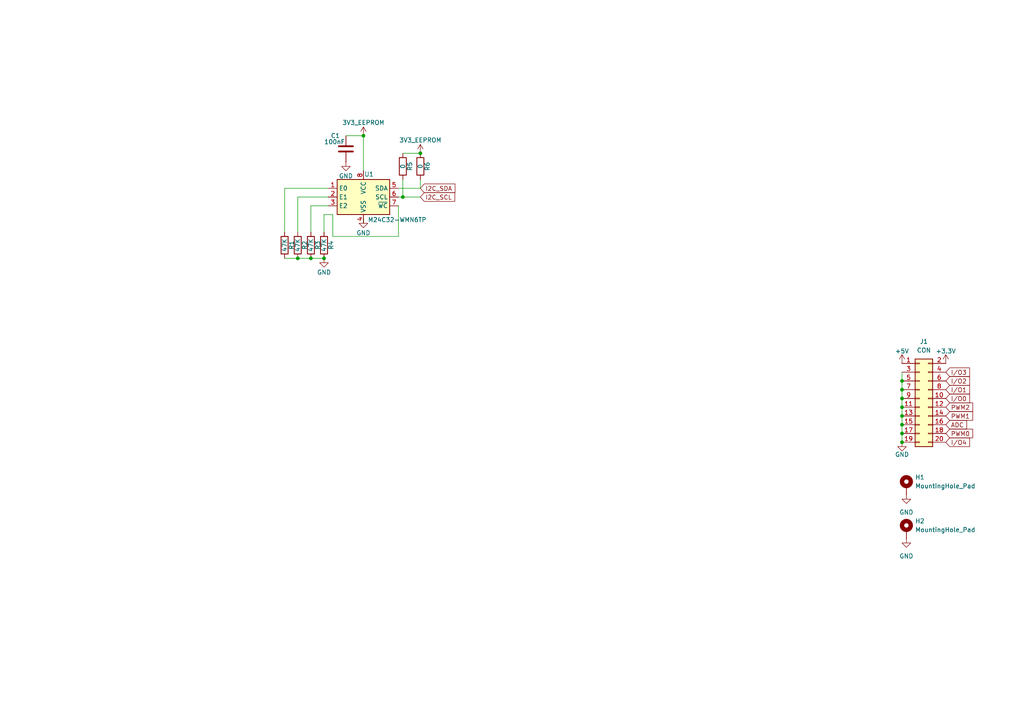
<source format=kicad_sch>
(kicad_sch (version 20250114) (generator "eeschema") (generator_version "9.0")
  (paper "A4")
  (lib_symbols
    (symbol "Connector_Generic:Conn_02x10_Odd_Even" (pin_names (offset 1.016) (hide yes))
      (property "Reference" "J" (at 1.27 12.7 0))
      (property "Value" "Conn_02x10_Odd_Even" (at 1.27 -15.24 0))
      (symbol "Conn_02x10_Odd_Even_1_1"
        (rectangle (start -1.27 11.43) (end 3.81 -13.97) (stroke (width 0.254)) (fill (type background)))
        (rectangle (start -1.27 10.287) (end 0 10.033) (stroke (width 0.1524)))
        (rectangle (start -1.27 7.747) (end 0 7.493) (stroke (width 0.1524)))
        (rectangle (start -1.27 5.207) (end 0 4.953) (stroke (width 0.1524)))
        (rectangle (start -1.27 2.667) (end 0 2.413) (stroke (width 0.1524)))
        (rectangle (start -1.27 0.127) (end 0 -0.127) (stroke (width 0.1524)))
        (rectangle (start -1.27 -2.413) (end 0 -2.667) (stroke (width 0.1524)))
        (rectangle (start -1.27 -4.953) (end 0 -5.207) (stroke (width 0.1524)))
        (rectangle (start -1.27 -7.493) (end 0 -7.747) (stroke (width 0.1524)))
        (rectangle (start -1.27 -10.033) (end 0 -10.287) (stroke (width 0.1524)))
        (rectangle (start -1.27 -12.573) (end 0 -12.827) (stroke (width 0.1524)))
        (rectangle (start 3.81 10.287) (end 2.54 10.033) (stroke (width 0.1524)))
        (rectangle (start 3.81 7.747) (end 2.54 7.493) (stroke (width 0.1524)))
        (rectangle (start 3.81 5.207) (end 2.54 4.953) (stroke (width 0.1524)))
        (rectangle (start 3.81 2.667) (end 2.54 2.413) (stroke (width 0.1524)))
        (rectangle (start 3.81 0.127) (end 2.54 -0.127) (stroke (width 0.1524)))
        (rectangle (start 3.81 -2.413) (end 2.54 -2.667) (stroke (width 0.1524)))
        (rectangle (start 3.81 -4.953) (end 2.54 -5.207) (stroke (width 0.1524)))
        (rectangle (start 3.81 -7.493) (end 2.54 -7.747) (stroke (width 0.1524)))
        (rectangle (start 3.81 -10.033) (end 2.54 -10.287) (stroke (width 0.1524)))
        (rectangle (start 3.81 -12.573) (end 2.54 -12.827) (stroke (width 0.1524)))
        (pin passive line (at -5.08 10.16 0) (length 3.81) (name "Pin_1") (number "1"))
        (pin passive line (at -5.08 7.62 0) (length 3.81) (name "Pin_3") (number "3"))
        (pin passive line (at -5.08 5.08 0) (length 3.81) (name "Pin_5") (number "5"))
        (pin passive line (at -5.08 2.54 0) (length 3.81) (name "Pin_7") (number "7"))
        (pin passive line (at -5.08 0 0) (length 3.81) (name "Pin_9") (number "9"))
        (pin passive line (at -5.08 -2.54 0) (length 3.81) (name "Pin_11") (number "11"))
        (pin passive line (at -5.08 -5.08 0) (length 3.81) (name "Pin_13") (number "13"))
        (pin passive line (at -5.08 -7.62 0) (length 3.81) (name "Pin_15") (number "15"))
        (pin passive line (at -5.08 -10.16 0) (length 3.81) (name "Pin_17") (number "17"))
        (pin passive line (at -5.08 -12.7 0) (length 3.81) (name "Pin_19") (number "19"))
        (pin passive line (at 7.62 10.16 180) (length 3.81) (name "Pin_2") (number "2"))
        (pin passive line (at 7.62 7.62 180) (length 3.81) (name "Pin_4") (number "4"))
        (pin passive line (at 7.62 5.08 180) (length 3.81) (name "Pin_6") (number "6"))
        (pin passive line (at 7.62 2.54 180) (length 3.81) (name "Pin_8") (number "8"))
        (pin passive line (at 7.62 0 180) (length 3.81) (name "Pin_10") (number "10"))
        (pin passive line (at 7.62 -2.54 180) (length 3.81) (name "Pin_12") (number "12"))
        (pin passive line (at 7.62 -5.08 180) (length 3.81) (name "Pin_14") (number "14"))
        (pin passive line (at 7.62 -7.62 180) (length 3.81) (name "Pin_16") (number "16"))
        (pin passive line (at 7.62 -10.16 180) (length 3.81) (name "Pin_18") (number "18"))
        (pin passive line (at 7.62 -12.7 180) (length 3.81) (name "Pin_20") (number "20"))
      )
    )
    (symbol "Device:C" (pin_numbers (hide yes)) (pin_names (offset 0.254))
      (property "Reference" "C" (at 0.635 2.54 0))
      (property "Value" "C" (at 0.635 -2.54 0))
      (symbol "C_0_1"
        (polyline (pts (xy -2.032 0.762) (xy 2.032 0.762)) (stroke (width 0.508)))
        (polyline (pts (xy -2.032 -0.762) (xy 2.032 -0.762)) (stroke (width 0.508)))
      )
      (symbol "C_1_1"
        (pin passive line (at 0 3.81 270) (length 2.794) (name "~") (number "1"))
        (pin passive line (at 0 -3.81 90) (length 2.794) (name "~") (number "2"))
      )
    )
    (symbol "Device:R" (pin_numbers (hide yes)) (pin_names (offset 0))
      (property "Reference" "R" (at 2.032 0 90))
      (property "Value" "R" (at 0 0 90))
      (symbol "R_0_1"
        (rectangle (start -1.016 -2.54) (end 1.016 2.54) (stroke (width 0.254)))
      )
      (symbol "R_1_1"
        (pin passive line (at 0 3.81 270) (length 1.27) (name "~") (number "1"))
        (pin passive line (at 0 -3.81 90) (length 1.27) (name "~") (number "2"))
      )
    )
    (symbol "Mechanical:MountingHole_Pad" (pin_numbers (hide yes)) (pin_names (offset 1.016) (hide yes)) (in_bom no)
      (property "Reference" "H" (at 0 6.35 0))
      (property "Value" "MountingHole_Pad" (at 0 4.445 0))
      (symbol "MountingHole_Pad_0_1"
        (circle (center 0 1.27) (radius 1.27) (stroke (width 1.27)))
      )
      (symbol "MountingHole_Pad_1_1"
        (pin input line (at 0 -2.54 90) (length 2.54) (name "1") (number "1"))
      )
    )
    (symbol "Memory_EEPROM:M24C02-WMN"
      (property "Reference" "U" (at -6.35 6.35 0))
      (property "Value" "M24C02-WMN" (at 7.62 6.35 0))
      (symbol "M24C02-WMN_0_1"
        (rectangle (start -7.62 5.08) (end 7.62 -5.08) (stroke (width 0.254)) (fill (type background)))
      )
      (symbol "M24C02-WMN_1_1"
        (pin input line (at -10.16 2.54 0) (length 2.54) (name "E0") (number "1"))
        (pin input line (at -10.16 0 0) (length 2.54) (name "E1") (number "2"))
        (pin input line (at -10.16 -2.54 0) (length 2.54) (name "E2") (number "3"))
        (pin power_in line (at 0 7.62 270) (length 2.54) (name "VCC") (number "8"))
        (pin power_in line (at 0 -7.62 90) (length 2.54) (name "VSS") (number "4"))
        (pin bidirectional line (at 10.16 2.54 180) (length 2.54) (name "SDA") (number "5"))
        (pin input line (at 10.16 0 180) (length 2.54) (name "SCL") (number "6"))
        (pin input line (at 10.16 -2.54 180) (length 2.54) (name "~{WC}") (number "7"))
      )
    )
    (symbol "power:+3.3V" (power) (pin_numbers (hide yes)) (pin_names (offset 0) (hide yes))
      (property "Value" "+3.3V" (at 0 3.556 0))
      (symbol "+3.3V_0_1"
        (polyline (pts (xy -0.762 1.27) (xy 0 2.54)))
        (polyline (pts (xy 0 2.54) (xy 0.762 1.27)))
        (polyline (pts (xy 0 0) (xy 0 2.54)))
      )
      (symbol "+3.3V_1_1"
        (pin power_in line (at 0 0 90) (length 0) (name "~") (number "1"))
      )
    )
    (symbol "power:GND" (power) (pin_numbers (hide yes)) (pin_names (offset 0) (hide yes))
      (property "Value" "GND" (at 0 -3.81 0))
      (symbol "GND_0_1"
        (polyline (pts (xy 0 0) (xy 0 -1.27) (xy 1.27 -1.27) (xy 0 -2.54) (xy -1.27 -1.27) (xy 0 -1.27)))
      )
      (symbol "GND_1_1"
        (pin power_in line (at 0 0 270) (length 0) (name "~") (number "1"))
      )
    )
  )
  (junction (at 261.62 125.73))
  (junction (at 86.36 74.93))
  (junction (at 261.62 120.65))
  (junction (at 261.62 113.03))
  (junction (at 121.92 44.45))
  (junction (at 261.62 110.49))
  (junction (at 261.62 115.57))
  (junction (at 105.41 39.37))
  (junction (at 116.84 57.15))
  (junction (at 261.62 128.27))
  (junction (at 261.62 123.19))
  (junction (at 90.17 74.93))
  (junction (at 93.98 74.93))
  (junction (at 261.62 118.11))
  (wire (pts (xy 93.98 62.23) (xy 93.98 67.31)))
  (wire (pts (xy 116.84 52.07) (xy 116.84 57.15)))
  (wire (pts (xy 82.55 54.61) (xy 82.55 67.31)))
  (wire (pts (xy 116.84 44.45) (xy 121.92 44.45)))
  (wire (pts (xy 100.33 39.37) (xy 105.41 39.37)))
  (wire (pts (xy 261.62 115.57) (xy 261.62 118.11)))
  (wire (pts (xy 90.17 59.69) (xy 90.17 67.31)))
  (wire (pts (xy 105.41 64.77) (xy 105.41 63.5)))
  (wire (pts (xy 261.62 107.95) (xy 261.62 110.49)))
  (wire (pts (xy 93.98 62.23) (xy 96.52 62.23)))
  (wire (pts (xy 261.62 118.11) (xy 261.62 120.65)))
  (wire (pts (xy 115.57 57.15) (xy 116.84 57.15)))
  (wire (pts (xy 86.36 57.15) (xy 86.36 67.31)))
  (wire (pts (xy 86.36 74.93) (xy 90.17 74.93)))
  (wire (pts (xy 261.62 110.49) (xy 261.62 113.03)))
  (wire (pts (xy 261.62 123.19) (xy 261.62 125.73)))
  (wire (pts (xy 90.17 59.69) (xy 95.25 59.69)))
  (wire (pts (xy 96.52 62.23) (xy 96.52 68.58)))
  (wire (pts (xy 86.36 57.15) (xy 95.25 57.15)))
  (wire (pts (xy 121.92 52.07) (xy 121.92 54.61)))
  (wire (pts (xy 105.41 39.37) (xy 105.41 49.53)))
  (wire (pts (xy 116.84 57.15) (xy 121.92 57.15)))
  (wire (pts (xy 90.17 74.93) (xy 93.98 74.93)))
  (wire (pts (xy 82.55 54.61) (xy 95.25 54.61)))
  (wire (pts (xy 261.62 120.65) (xy 261.62 123.19)))
  (wire (pts (xy 261.62 125.73) (xy 261.62 128.27)))
  (wire (pts (xy 115.57 68.58) (xy 115.57 59.69)))
  (wire (pts (xy 96.52 68.58) (xy 115.57 68.58)))
  (wire (pts (xy 115.57 54.61) (xy 121.92 54.61)))
  (wire (pts (xy 82.55 74.93) (xy 86.36 74.93)))
  (wire (pts (xy 261.62 113.03) (xy 261.62 115.57)))
  (global_label "PWM2" (shape input) (at 274.32 118.11 0) (property "Intersheetrefs" "${INTERSHEET_REFS}" (effects (hide yes))))
  (global_label "PWM1" (shape input) (at 274.32 120.65 0) (property "Intersheetrefs" "${INTERSHEET_REFS}" (effects (hide yes))))
  (global_label "PWM0" (shape input) (at 274.32 125.73 0) (property "Intersheetrefs" "${INTERSHEET_REFS}" (effects (hide yes))))
  (global_label "I2C_SCL" (shape input) (at 121.92 57.15 0) (property "Intersheetrefs" "${INTERSHEET_REFS}" (effects (hide yes))))
  (global_label "I{slash}O1" (shape input) (at 274.32 113.03 0) (property "Intersheetrefs" "${INTERSHEET_REFS}" (effects (hide yes))))
  (global_label "ADC" (shape input) (at 274.32 123.19 0) (property "Intersheetrefs" "${INTERSHEET_REFS}" (effects (hide yes))))
  (global_label "I{slash}O0" (shape input) (at 274.32 115.57 0) (property "Intersheetrefs" "${INTERSHEET_REFS}" (effects (hide yes))))
  (global_label "I{slash}O4" (shape input) (at 274.32 128.27 0) (property "Intersheetrefs" "${INTERSHEET_REFS}" (effects (hide yes))))
  (global_label "I{slash}O2" (shape input) (at 274.32 110.49 0) (property "Intersheetrefs" "${INTERSHEET_REFS}" (effects (hide yes))))
  (global_label "I{slash}O3" (shape input) (at 274.32 107.95 0) (property "Intersheetrefs" "${INTERSHEET_REFS}" (effects (hide yes))))
  (global_label "I2C_SDA" (shape input) (at 121.92 54.61 0) (property "Intersheetrefs" "${INTERSHEET_REFS}" (effects (hide yes))))
  (symbol (lib_id "power:+3.3V") (at 105.41 39.37 0) (unit 1)
    (property "Reference" "#PWR04" (effects (hide yes)))
    (property "Value" "3V3_EEPROM" (at 105.41 35.56 0))
    (property "Description" "Power symbol creates a global label with name \"+3.3V\"" (effects (hide yes)))
  )
  (symbol (lib_id "Memory_EEPROM:M24C02-WMN") (at 105.41 57.15 0) (unit 1)
    (property "Reference" "U1" (at 105.664 50.546 0) (effects (justify left)))
    (property "Value" "M24C32-WMN6TP" (at 106.68 63.754 0) (effects (justify left)))
    (property "Footprint" "Package_SO:SOIC-8_3.9x4.9mm_P1.27mm" (effects (hide yes)))
    (property "Datasheet" "http://www.st.com/content/ccc/resource/technical/document/datasheet/b0/d8/50/40/5a/85/49/6f/DM00071904.pdf/files/DM00071904.pdf/jcr:content/translations/en.DM00071904.pdf" (effects (hide yes)))
    (property "Description" "2Kb (256x8) I2C Serial EEPROM, 2.5-5.5V, SOIC-8" (effects (hide yes)))
  )
  (symbol (lib_id "power:GND") (at 262.89 156.21 0) (unit 1)
    (property "Reference" "#PWR022" (effects (hide yes)))
    (property "Value" "GND" (at 262.89 161.29 0))
    (property "Description" "Power symbol creates a global label with name \"GND\" , ground" (effects (hide yes)))
  )
  (symbol (lib_id "power:+3.3V") (at 261.62 105.41 0) (unit 1)
    (property "Reference" "#PWR080" (effects (hide yes)))
    (property "Value" "+5V" (at 261.62 101.854 0))
    (property "Description" "Power symbol creates a global label with name \"+3.3V\"" (effects (hide yes)))
  )
  (symbol (lib_id "Mechanical:MountingHole_Pad") (at 262.89 140.97 0) (unit 1) (in_bom no)
    (property "Reference" "H1" (at 265.43 138.4299 0) (effects (justify left)))
    (property "Value" "MountingHole_Pad" (at 265.43 140.9699 0) (effects (justify left)))
    (property "Footprint" "MountingHole:MountingHole_3.2mm_M3_DIN965_Pad" (effects (hide yes)))
    (property "Description" "Mounting Hole with connection" (effects (hide yes)))
  )
  (symbol (lib_id "power:+3.3V") (at 121.92 44.45 0) (unit 1)
    (property "Reference" "#PWR06" (effects (hide yes)))
    (property "Value" "3V3_EEPROM" (at 121.92 40.64 0))
    (property "Description" "Power symbol creates a global label with name \"+3.3V\"" (effects (hide yes)))
  )
  (symbol (lib_id "Device:R") (at 86.36 71.12 180) (unit 1)
    (property "Reference" "R2" (at 88.392 71.12 90))
    (property "Value" "47K" (at 86.36 71.12 90))
    (property "Footprint" "Resistor_SMD:R_0805_2012Metric" (effects (hide yes)))
    (property "Description" "Resistor" (effects (hide yes)))
  )
  (symbol (lib_id "Mechanical:MountingHole_Pad") (at 262.89 153.67 0) (unit 1) (in_bom no)
    (property "Reference" "H2" (at 265.43 151.1299 0) (effects (justify left)))
    (property "Value" "MountingHole_Pad" (at 265.43 153.6699 0) (effects (justify left)))
    (property "Footprint" "MountingHole:MountingHole_3.2mm_M3_DIN965_Pad" (effects (hide yes)))
    (property "Description" "Mounting Hole with connection" (effects (hide yes)))
  )
  (symbol (lib_id "Device:C") (at 100.33 43.18 0) (unit 1)
    (property "Reference" "C1" (at 97.282 39.37 0))
    (property "Value" "100nF" (at 97.028 41.148 0))
    (property "Footprint" "Capacitor_SMD:C_0805_2012Metric" (effects (hide yes)))
    (property "Description" "Unpolarized capacitor" (effects (hide yes)))
  )
  (symbol (lib_id "power:GND") (at 262.89 143.51 0) (unit 1)
    (property "Reference" "#PWR021" (effects (hide yes)))
    (property "Value" "GND" (at 262.89 148.59 0))
    (property "Description" "Power symbol creates a global label with name \"GND\" , ground" (effects (hide yes)))
  )
  (symbol (lib_id "power:+3.3V") (at 274.32 105.41 0) (unit 1)
    (property "Reference" "#PWR081" (effects (hide yes)))
    (property "Value" "+3.3V" (at 274.32 101.854 0))
    (property "Description" "Power symbol creates a global label with name \"+3.3V\"" (effects (hide yes)))
  )
  (symbol (lib_id "power:GND") (at 105.41 63.5 0) (unit 1)
    (property "Reference" "#PWR05" (effects (hide yes)))
    (property "Value" "GND" (at 105.41 67.564 0))
    (property "Description" "Power symbol creates a global label with name \"GND\" , ground" (effects (hide yes)))
  )
  (symbol (lib_id "Device:R") (at 116.84 48.26 180) (unit 1)
    (property "Reference" "R5" (at 118.872 48.26 90))
    (property "Value" "0" (at 116.84 48.26 90))
    (property "Footprint" "Resistor_SMD:R_0805_2012Metric" (effects (hide yes)))
    (property "Description" "Resistor" (effects (hide yes)))
  )
  (symbol (lib_id "Device:R") (at 90.17 71.12 180) (unit 1)
    (property "Reference" "R3" (at 92.202 71.12 90))
    (property "Value" "47K" (at 90.17 71.12 90))
    (property "Footprint" "Resistor_SMD:R_0805_2012Metric" (effects (hide yes)))
    (property "Description" "Resistor" (effects (hide yes)))
  )
  (symbol (lib_id "Device:R") (at 93.98 71.12 180) (unit 1)
    (property "Reference" "R4" (at 96.012 71.12 90))
    (property "Value" "47K" (at 93.98 71.12 90))
    (property "Footprint" "Resistor_SMD:R_0805_2012Metric" (effects (hide yes)))
    (property "Description" "Resistor" (effects (hide yes)))
  )
  (symbol (lib_id "power:GND") (at 100.33 46.99 0) (unit 1)
    (property "Reference" "#PWR03" (effects (hide yes)))
    (property "Value" "GND" (at 100.33 51.054 0))
    (property "Description" "Power symbol creates a global label with name \"GND\" , ground" (effects (hide yes)))
  )
  (symbol (lib_id "power:GND") (at 261.62 128.27 0) (unit 1)
    (property "Reference" "#PWR079" (effects (hide yes)))
    (property "Value" "GND" (at 261.62 131.826 0))
    (property "Description" "Power symbol creates a global label with name \"GND\" , ground" (effects (hide yes)))
  )
  (symbol (lib_id "power:GND") (at 93.98 74.93 0) (unit 1)
    (property "Reference" "#PWR02" (effects (hide yes)))
    (property "Value" "GND" (at 93.98 78.994 0))
    (property "Description" "Power symbol creates a global label with name \"GND\" , ground" (effects (hide yes)))
  )
  (symbol (lib_id "Device:R") (at 121.92 48.26 180) (unit 1)
    (property "Reference" "R6" (at 123.952 48.26 90))
    (property "Value" "0" (at 121.92 48.26 90))
    (property "Footprint" "Resistor_SMD:R_0805_2012Metric" (effects (hide yes)))
    (property "Description" "Resistor" (effects (hide yes)))
  )
  (symbol (lib_id "Device:R") (at 82.55 71.12 180) (unit 1)
    (property "Reference" "R1" (at 84.582 71.12 90))
    (property "Value" "47K" (at 82.55 71.12 90))
    (property "Footprint" "Resistor_SMD:R_0805_2012Metric" (effects (hide yes)))
    (property "Description" "Resistor" (effects (hide yes)))
  )
  (symbol (lib_id "Connector_Generic:Conn_02x10_Odd_Even") (at 266.7 115.57 0) (unit 1)
    (property "Reference" "J1" (at 267.97 99.06 0))
    (property "Value" "CON" (at 267.97 101.6 0))
    (property "Footprint" "Connector_PinSocket_2.54mm:PinSocket_2x10_P2.54mm_Horizontal" (effects (hide yes)))
    (property "Description" "Generic connector, double row, 02x10, odd/even pin numbering scheme (row 1 odd numbers, row 2 even numbers), script generated (kicad-library-utils/schlib/autogen/connector/)" (effects (hide yes)))
  )
)
</source>
